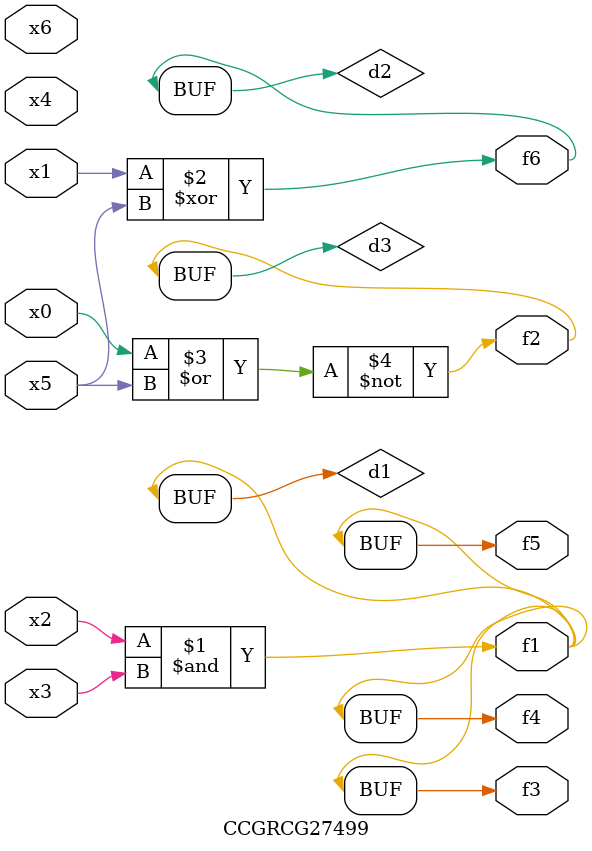
<source format=v>
module CCGRCG27499(
	input x0, x1, x2, x3, x4, x5, x6,
	output f1, f2, f3, f4, f5, f6
);

	wire d1, d2, d3;

	and (d1, x2, x3);
	xor (d2, x1, x5);
	nor (d3, x0, x5);
	assign f1 = d1;
	assign f2 = d3;
	assign f3 = d1;
	assign f4 = d1;
	assign f5 = d1;
	assign f6 = d2;
endmodule

</source>
